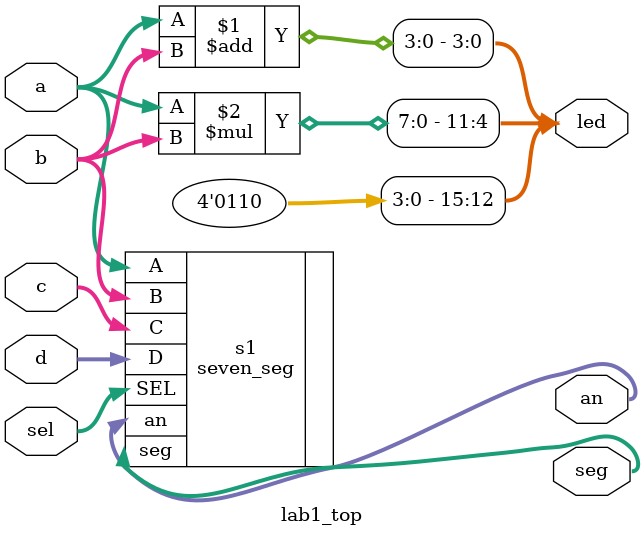
<source format=v>
`timescale 1ns / 1ps


module lab1_top(
    input [3:0] a, //Input slider switches a, b, c, d
    input [3:0] b,
    input [3:0] c,
    input [3:0] d,
    input [1:0] sel, //2-bit input for pushbuttons
    output [6:0] seg, //Outputs to seven segment display
    output [3:0] an,  //Four 1-bit anodes to drive the four anodes
    output [15:0] led //Outputs to 16 LEDs
    );
    
    //Instantiate the seven segment module 
    seven_seg s1 (.A(a), //
                  .B(b),
                  .C(c), .D(d), .SEL(sel), .seg(seg), .an(an));
    
    //The first four LEDs display the value of input "a" and "b"
    assign led[3:0] = a + b;
    
    //The next eight LEDs display the value of input "a" times input "b"
    assign led[11:4] = a * b;
    
    //The last four LEDs display the last digit of my WPI ID number
    parameter id_last_digit = 4'b0110; //Set as 6
    
    assign led[15:12] = id_last_digit;
    
endmodule

</source>
